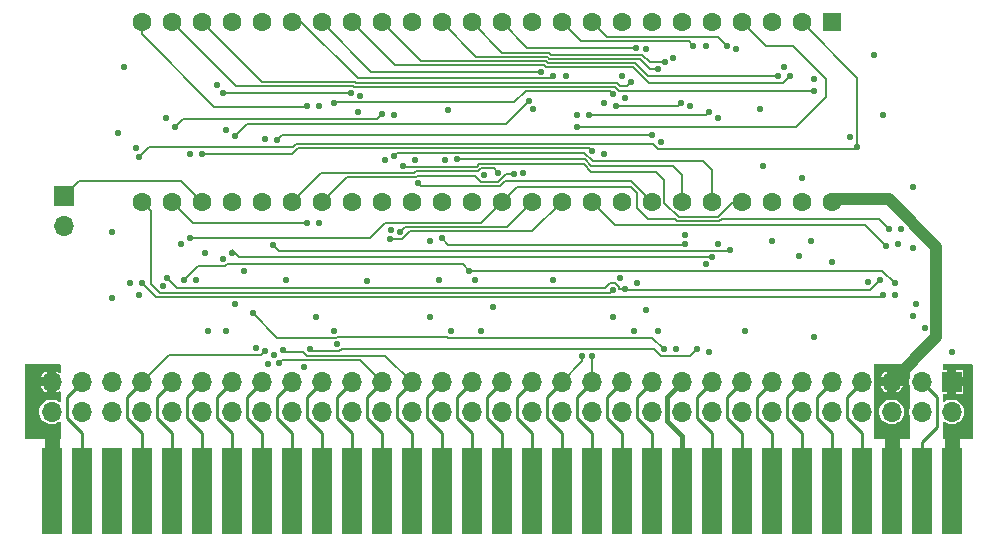
<source format=gbl>
G04 #@! TF.GenerationSoftware,KiCad,Pcbnew,(6.0.5)*
G04 #@! TF.CreationDate,2024-08-24T22:28:27-07:00*
G04 #@! TF.ProjectId,XTMAX_PCB,58544d41-585f-4504-9342-2e6b69636164,rev?*
G04 #@! TF.SameCoordinates,Original*
G04 #@! TF.FileFunction,Copper,L4,Bot*
G04 #@! TF.FilePolarity,Positive*
%FSLAX46Y46*%
G04 Gerber Fmt 4.6, Leading zero omitted, Abs format (unit mm)*
G04 Created by KiCad (PCBNEW (6.0.5)) date 2024-08-24 22:28:27*
%MOMM*%
%LPD*%
G01*
G04 APERTURE LIST*
G04 #@! TA.AperFunction,ComponentPad*
%ADD10R,1.700000X1.700000*%
G04 #@! TD*
G04 #@! TA.AperFunction,ComponentPad*
%ADD11O,1.700000X1.700000*%
G04 #@! TD*
G04 #@! TA.AperFunction,ConnectorPad*
%ADD12R,1.780000X7.366000*%
G04 #@! TD*
G04 #@! TA.AperFunction,SMDPad,CuDef*
%ADD13R,1.780000X7.366000*%
G04 #@! TD*
G04 #@! TA.AperFunction,ComponentPad*
%ADD14R,1.600000X1.600000*%
G04 #@! TD*
G04 #@! TA.AperFunction,ComponentPad*
%ADD15C,1.600000*%
G04 #@! TD*
G04 #@! TA.AperFunction,ViaPad*
%ADD16C,0.584200*%
G04 #@! TD*
G04 #@! TA.AperFunction,Conductor*
%ADD17C,0.152400*%
G04 #@! TD*
G04 #@! TA.AperFunction,Conductor*
%ADD18C,1.016000*%
G04 #@! TD*
G04 #@! TA.AperFunction,Conductor*
%ADD19C,0.381000*%
G04 #@! TD*
G04 #@! TA.AperFunction,Conductor*
%ADD20C,1.270000*%
G04 #@! TD*
G04 #@! TA.AperFunction,Conductor*
%ADD21C,0.762000*%
G04 #@! TD*
G04 #@! TA.AperFunction,Conductor*
%ADD22C,0.254000*%
G04 #@! TD*
G04 APERTURE END LIST*
D10*
X91694000Y-84328000D03*
D11*
X91694000Y-86868000D03*
D10*
X166878000Y-100070996D03*
D11*
X166878000Y-102610996D03*
X164338000Y-100070996D03*
X164338000Y-102610996D03*
X161798000Y-100070996D03*
X161798000Y-102610996D03*
X159258000Y-100070996D03*
X159258000Y-102610996D03*
X156718000Y-100070996D03*
X156718000Y-102610996D03*
X154178000Y-100070996D03*
X154178000Y-102610996D03*
X151638000Y-100070996D03*
X151638000Y-102610996D03*
X149098000Y-100070996D03*
X149098000Y-102610996D03*
X146558000Y-100070996D03*
X146558000Y-102610996D03*
X144018000Y-100070996D03*
X144018000Y-102610996D03*
X141478000Y-100070996D03*
X141478000Y-102610996D03*
X138938000Y-100070996D03*
X138938000Y-102610996D03*
X136398000Y-100070996D03*
X136398000Y-102610996D03*
X133858000Y-100070996D03*
X133858000Y-102610996D03*
X131318000Y-100070996D03*
X131318000Y-102610996D03*
X128778000Y-100070996D03*
X128778000Y-102610996D03*
X126238000Y-100070996D03*
X126238000Y-102610996D03*
X123698000Y-100070996D03*
X123698000Y-102610996D03*
X121158000Y-100070996D03*
X121158000Y-102610996D03*
X118618000Y-100070996D03*
X118618000Y-102610996D03*
X116078000Y-100070996D03*
X116078000Y-102610996D03*
X113538000Y-100070996D03*
X113538000Y-102610996D03*
X110998000Y-100070996D03*
X110998000Y-102610996D03*
X108458000Y-100070996D03*
X108458000Y-102610996D03*
X105918000Y-100070996D03*
X105918000Y-102610996D03*
X103378000Y-100070996D03*
X103378000Y-102610996D03*
X100838000Y-100070996D03*
X100838000Y-102610996D03*
X98298000Y-100070996D03*
X98298000Y-102610996D03*
X95758000Y-100070996D03*
X95758000Y-102610996D03*
X93218000Y-100070996D03*
X93218000Y-102610996D03*
X90678000Y-100070996D03*
X90678000Y-102610996D03*
D12*
X166878000Y-109347000D03*
X164338000Y-109347000D03*
X161798000Y-109347000D03*
X159258000Y-109347000D03*
X156718000Y-109347000D03*
X154178000Y-109347000D03*
X151638000Y-109347000D03*
X149098000Y-109347000D03*
X146558000Y-109347000D03*
X144018000Y-109347000D03*
X141478000Y-109347000D03*
X138938000Y-109347000D03*
X136398000Y-109347000D03*
X133858000Y-109347000D03*
X131318000Y-109347000D03*
X128778000Y-109347000D03*
X126238000Y-109347000D03*
X123698000Y-109347000D03*
X121158000Y-109347000D03*
X118618000Y-109347000D03*
X116078000Y-109347000D03*
X113538000Y-109347000D03*
X110998000Y-109347000D03*
X108458000Y-109347000D03*
X105918000Y-109347000D03*
X103378000Y-109347000D03*
X100838000Y-109347000D03*
X98298000Y-109347000D03*
X95758000Y-109347000D03*
X93218000Y-109347000D03*
D13*
X90678000Y-109347000D03*
D14*
X156718000Y-69596000D03*
D15*
X154178000Y-69596000D03*
X151638000Y-69596000D03*
X149098000Y-69596000D03*
X146558000Y-69596000D03*
X144018000Y-69596000D03*
X141478000Y-69596000D03*
X138938000Y-69596000D03*
X136398000Y-69596000D03*
X133858000Y-69596000D03*
X131318000Y-69596000D03*
X128778000Y-69596000D03*
X126238000Y-69596000D03*
X123698000Y-69596000D03*
X121158000Y-69596000D03*
X118618000Y-69596000D03*
X116078000Y-69596000D03*
X113538000Y-69596000D03*
X110998000Y-69596000D03*
X108458000Y-69596000D03*
X105918000Y-69596000D03*
X103378000Y-69596000D03*
X100838000Y-69596000D03*
X98298000Y-69596000D03*
X98298000Y-84836000D03*
X100838000Y-84836000D03*
X103378000Y-84836000D03*
X105918000Y-84836000D03*
X108458000Y-84836000D03*
X110998000Y-84836000D03*
X113538000Y-84836000D03*
X116078000Y-84836000D03*
X118618000Y-84836000D03*
X121158000Y-84836000D03*
X123698000Y-84836000D03*
X126238000Y-84836000D03*
X128778000Y-84836000D03*
X131318000Y-84836000D03*
X133858000Y-84836000D03*
X136398000Y-84836000D03*
X138938000Y-84836000D03*
X141478000Y-84836000D03*
X144018000Y-84836000D03*
X146558000Y-84836000D03*
X149098000Y-84836000D03*
X151638000Y-84836000D03*
X154178000Y-84836000D03*
X156718000Y-84836000D03*
D16*
X116586000Y-77216000D03*
X139192000Y-76005800D03*
X138176000Y-75692000D03*
X114554000Y-76454000D03*
X127254000Y-82550000D03*
X150622000Y-76962000D03*
X124206000Y-77021800D03*
X150876000Y-81788000D03*
X154178000Y-82804000D03*
X166878000Y-97536000D03*
X163576000Y-83566000D03*
X161036000Y-77470000D03*
X160274000Y-72390000D03*
X95758000Y-92964000D03*
X95758000Y-87376000D03*
X96266000Y-78994000D03*
X96774000Y-73406000D03*
X140970000Y-71882000D03*
X143256000Y-72644000D03*
X146050000Y-71628000D03*
X148590000Y-71882000D03*
X113284000Y-76708000D03*
X108712000Y-79502000D03*
X105410000Y-78740000D03*
X102362000Y-80772000D03*
X104648000Y-74930000D03*
X100330000Y-77724000D03*
X97790000Y-80264000D03*
X116781796Y-75826399D03*
X119634000Y-77470000D03*
X121412000Y-81280000D03*
X118872000Y-81280000D03*
X123952000Y-81280000D03*
X130556000Y-82355800D03*
X131438863Y-76967856D03*
X134238144Y-74166378D03*
X138938000Y-74168000D03*
X137414000Y-76454000D03*
X135128000Y-77470000D03*
X137414000Y-80772000D03*
X142240000Y-79756000D03*
X144720200Y-76708000D03*
X147066000Y-77724000D03*
X152654000Y-73406000D03*
X155194000Y-74422000D03*
X158242000Y-79380778D03*
X140208000Y-91694000D03*
X122682000Y-88138000D03*
X119380000Y-87180177D03*
X113284000Y-86614000D03*
X101600000Y-88392000D03*
X105156000Y-89662000D03*
X102870000Y-91440000D03*
X100076000Y-91948000D03*
X98044000Y-92710000D03*
X109474000Y-97790000D03*
X114810200Y-96893213D03*
X107950000Y-97222200D03*
X108966000Y-98552000D03*
X112014000Y-98806000D03*
X126492000Y-91440000D03*
X143510000Y-97282000D03*
X146304000Y-97536000D03*
X146087322Y-90132678D03*
X144272000Y-87630000D03*
X147066000Y-88392000D03*
X159766000Y-91634200D03*
X162306000Y-88392000D03*
X162560000Y-87122000D03*
X164592000Y-95504000D03*
X163830000Y-93472000D03*
X162052000Y-92710000D03*
X103886000Y-95758000D03*
X142006496Y-95758000D03*
X151638000Y-88138000D03*
X149352000Y-95758000D03*
X127000000Y-95758000D03*
X124460000Y-95758000D03*
X114554000Y-95758000D03*
X105410000Y-95758000D03*
X139954000Y-95758000D03*
X163576000Y-94488000D03*
X138176000Y-94547800D03*
X138788662Y-91306326D03*
X133096000Y-91440000D03*
X123444000Y-91440000D03*
X122682000Y-94547800D03*
X97282000Y-91694000D03*
X106934000Y-90678000D03*
X154940000Y-88138000D03*
X140970000Y-93980000D03*
X155194000Y-96266000D03*
X156718000Y-89916000D03*
X128016000Y-93726000D03*
X153924000Y-89408000D03*
X110489998Y-91440000D03*
X117348000Y-91536289D03*
X113030000Y-94547800D03*
X106172000Y-93472000D03*
X103632000Y-89154000D03*
X163576000Y-88758205D03*
X139700000Y-74676000D03*
X107696000Y-94234000D03*
X142494000Y-97282000D03*
X140192480Y-71783750D03*
X141995408Y-73585055D03*
X142566891Y-73017255D03*
X144272000Y-88413703D03*
X123698000Y-87884000D03*
X145012297Y-71628000D03*
X147828000Y-71628000D03*
X105918000Y-89154000D03*
X146584949Y-89527239D03*
X148082000Y-88900000D03*
X109415796Y-88451800D03*
X136398000Y-97849800D03*
X135614297Y-97849800D03*
X110303759Y-97349759D03*
X109943255Y-98513255D03*
X108773035Y-97439518D03*
X112522000Y-97282000D03*
X145288000Y-97282000D03*
X161544000Y-87122000D03*
X102362000Y-87884000D03*
X126042204Y-90653026D03*
X162051999Y-91693999D03*
X101854000Y-91438378D03*
X136398000Y-80518000D03*
X161322799Y-88604730D03*
X103378000Y-80772000D03*
X139192000Y-92202000D03*
X160782000Y-91440000D03*
X100426482Y-91247035D03*
X153162000Y-74168000D03*
X116023366Y-75628984D03*
X105156000Y-75632200D03*
X152146000Y-74168000D03*
X101092000Y-78486000D03*
X118618000Y-77410305D03*
X98044000Y-81026000D03*
X158903000Y-80163000D03*
X98298000Y-91694000D03*
X161036000Y-92710000D03*
X124989703Y-81220200D03*
X121732548Y-83241492D03*
X120396000Y-81788000D03*
X119653171Y-80929711D03*
X120142000Y-87376000D03*
X119328710Y-87962199D03*
X133099160Y-74166378D03*
X132135547Y-73814467D03*
X129784210Y-82491927D03*
X128465796Y-82355800D03*
X138176000Y-92298289D03*
X143983229Y-76441423D03*
X138430000Y-76708000D03*
X136144000Y-77470000D03*
X146304000Y-77216000D03*
X135128000Y-78486000D03*
X109728000Y-79598289D03*
X141478000Y-79144765D03*
X112268000Y-76708000D03*
X112268000Y-86614000D03*
X155194000Y-75438000D03*
X131106279Y-76258224D03*
X106172000Y-79248000D03*
D17*
X109787801Y-96325801D02*
X107696000Y-94234000D01*
X114789192Y-96325801D02*
X109787801Y-96325801D01*
X114848993Y-96266000D02*
X114789192Y-96325801D01*
X124165007Y-96266000D02*
X114848993Y-96266000D01*
X124224808Y-96325801D02*
X124165007Y-96266000D01*
X142494000Y-97282000D02*
X141537801Y-96325801D01*
X141537801Y-96325801D02*
X124224808Y-96325801D01*
X144720199Y-97849801D02*
X145288000Y-97282000D01*
X142258808Y-97849801D02*
X144720199Y-97849801D01*
X141691007Y-97282000D02*
X142258808Y-97849801D01*
X115224406Y-97282000D02*
X141691007Y-97282000D01*
X115045392Y-97461014D02*
X115224406Y-97282000D01*
X112701014Y-97461014D02*
X115045392Y-97461014D01*
X112522000Y-97282000D02*
X112701014Y-97461014D01*
X121158000Y-100071000D02*
X118936801Y-97849801D01*
X118936801Y-97849801D02*
X112286808Y-97849801D01*
X112286808Y-97849801D02*
X111973007Y-97536000D01*
X110218311Y-98238199D02*
X109943255Y-98513255D01*
X111973007Y-97536000D02*
X110490000Y-97536000D01*
X110490000Y-97536000D02*
X110303759Y-97349759D01*
X118618000Y-100071000D02*
X116785199Y-98238199D01*
X116785199Y-98238199D02*
X110218311Y-98238199D01*
X143716652Y-76708000D02*
X138430000Y-76708000D01*
X143983229Y-76441423D02*
X143716652Y-76708000D01*
X146050000Y-77470000D02*
X136144000Y-77470000D01*
X146304000Y-77216000D02*
X146050000Y-77470000D01*
X140492753Y-72705423D02*
X141372385Y-73585055D01*
X132824850Y-72705422D02*
X140492753Y-72705423D01*
X132662273Y-72542845D02*
X132824850Y-72705422D01*
X123698000Y-69596000D02*
X126644845Y-72542845D01*
X141372385Y-73585055D02*
X141995408Y-73585055D01*
X140638520Y-72353512D02*
X141302263Y-73017255D01*
X132970616Y-72353511D02*
X140638520Y-72353512D01*
X132808040Y-72190934D02*
X132970616Y-72353511D01*
X128832934Y-72190934D02*
X132808040Y-72190934D01*
X126238000Y-69596000D02*
X128832934Y-72190934D01*
X141302263Y-73017255D02*
X142566891Y-73017255D01*
X126644845Y-72542845D02*
X132662273Y-72542845D01*
X101794199Y-77783801D02*
X118244504Y-77783801D01*
X139386199Y-74989801D02*
X139700000Y-74676000D01*
X118244504Y-77783801D02*
X118618000Y-77410305D01*
X138774472Y-74989801D02*
X139386199Y-74989801D01*
X116438370Y-74734178D02*
X138518849Y-74734178D01*
X108491272Y-74709272D02*
X116413464Y-74709272D01*
X101092000Y-78486000D02*
X101794199Y-77783801D01*
X103378000Y-69596000D02*
X108491272Y-74709272D01*
X138373082Y-75086089D02*
X138724993Y-75438000D01*
X138518849Y-74734178D02*
X138774472Y-74989801D01*
X116292603Y-75086089D02*
X138373082Y-75086089D01*
X116267697Y-75061183D02*
X116292603Y-75086089D01*
X106303183Y-75061183D02*
X116267697Y-75061183D01*
X100838000Y-69596000D02*
X106303183Y-75061183D01*
X116020150Y-75632200D02*
X116023366Y-75628984D01*
X105156000Y-75632200D02*
X116020150Y-75632200D01*
X138724993Y-75438000D02*
X155194000Y-75438000D01*
X137922000Y-75438000D02*
X138176000Y-75692000D01*
X114554000Y-76454000D02*
X114613801Y-76394199D01*
X129853801Y-76394199D02*
X130810000Y-75438000D01*
X130810000Y-75438000D02*
X137922000Y-75438000D01*
X116413464Y-74709272D02*
X116438370Y-74734178D01*
X114613801Y-76394199D02*
X129853801Y-76394199D01*
X132883271Y-74382267D02*
X133099160Y-74166378D01*
X116584136Y-74382267D02*
X132883271Y-74382267D01*
X111797869Y-69596000D02*
X116584136Y-74382267D01*
X110998000Y-69596000D02*
X111797869Y-69596000D01*
X132679083Y-73057333D02*
X140072341Y-73057333D01*
X132516506Y-72894755D02*
X132679083Y-73057333D01*
X118618000Y-69596000D02*
X121916755Y-72894755D01*
X132370739Y-73246666D02*
X132533317Y-73409244D01*
X119728666Y-73246666D02*
X132370739Y-73246666D01*
X116078000Y-69596000D02*
X119728666Y-73246666D01*
X132533317Y-73409244D02*
X139926574Y-73409244D01*
X113538000Y-69596000D02*
X117756467Y-73814467D01*
X141253131Y-74735801D02*
X152594199Y-74735801D01*
X117756467Y-73814467D02*
X132135547Y-73814467D01*
X152594199Y-74735801D02*
X153162000Y-74168000D01*
X107188000Y-78232000D02*
X129132503Y-78232000D01*
X106172000Y-79248000D02*
X107188000Y-78232000D01*
X129132503Y-78232000D02*
X131106279Y-76258224D01*
X121916755Y-72894755D02*
X132516506Y-72894755D01*
X139926574Y-73409244D02*
X141253131Y-74735801D01*
X140072341Y-73057333D02*
X141183007Y-74168000D01*
X141183007Y-74168000D02*
X152146000Y-74168000D01*
X120455801Y-81847801D02*
X120396000Y-81788000D01*
X126873041Y-81630288D02*
X126655528Y-81847801D01*
X135711940Y-81630288D02*
X126873041Y-81630288D01*
X142553711Y-82986557D02*
X141863154Y-82296000D01*
X142553711Y-84892997D02*
X142553711Y-82986557D01*
X143766714Y-86106000D02*
X142553711Y-84892997D01*
X147066000Y-86106000D02*
X143766714Y-86106000D01*
X126655528Y-81847801D02*
X120455801Y-81847801D01*
X148336000Y-84836000D02*
X147066000Y-86106000D01*
X128092195Y-81982199D02*
X128465796Y-82355800D01*
X127018808Y-81982199D02*
X128092195Y-81982199D01*
X149098000Y-84836000D02*
X148336000Y-84836000D01*
X126799672Y-82201335D02*
X127018808Y-81982199D01*
X121547658Y-82201335D02*
X126799672Y-82201335D01*
X136377652Y-82296000D02*
X135711940Y-81630288D01*
X121393192Y-82355801D02*
X121547658Y-82201335D01*
X113478199Y-82355801D02*
X121393192Y-82355801D01*
X110998000Y-84836000D02*
X113478199Y-82355801D01*
X128652554Y-83469712D02*
X129052899Y-83069367D01*
X141863154Y-82296000D02*
X136377652Y-82296000D01*
X121960768Y-83469712D02*
X128652554Y-83469712D01*
X129132662Y-82491927D02*
X129784210Y-82491927D01*
X128506788Y-83117801D02*
X129132662Y-82491927D01*
X129052899Y-83069367D02*
X139711367Y-83069367D01*
X127018808Y-83117801D02*
X128506788Y-83117801D01*
X126510808Y-82609801D02*
X127018808Y-83117801D01*
X115666288Y-82707712D02*
X121538959Y-82707712D01*
X113538000Y-84836000D02*
X115666288Y-82707712D01*
X121636870Y-82609801D02*
X126510808Y-82609801D01*
X139711367Y-83069367D02*
X141478000Y-84836000D01*
X121732548Y-83241492D02*
X121960768Y-83469712D01*
X121538959Y-82707712D02*
X121636870Y-82609801D01*
D18*
X161544000Y-84582000D02*
X156972000Y-84582000D01*
X165591601Y-96277395D02*
X165591601Y-88629601D01*
X161798000Y-100070996D02*
X165591601Y-96277395D01*
X165591601Y-88629601D02*
X161544000Y-84582000D01*
D17*
X148022199Y-88959801D02*
X148082000Y-88900000D01*
X146820504Y-88959801D02*
X148022199Y-88959801D01*
X146820141Y-88959438D02*
X146820504Y-88959801D01*
X146349757Y-88959438D02*
X146820141Y-88959438D01*
X146327691Y-88981504D02*
X146349757Y-88959438D01*
X109415796Y-88451800D02*
X109945500Y-88981504D01*
X144232281Y-88453422D02*
X144272000Y-88413703D01*
X124267422Y-88453422D02*
X144232281Y-88453422D01*
X123698000Y-87884000D02*
X124267422Y-88453422D01*
X109945500Y-88981504D02*
X146327691Y-88981504D01*
X159960199Y-92261801D02*
X160782000Y-91440000D01*
X139251801Y-92261801D02*
X159960199Y-92261801D01*
X139192000Y-92202000D02*
X139251801Y-92261801D01*
X151130000Y-71628000D02*
X149098000Y-69596000D01*
X153416000Y-71628000D02*
X151130000Y-71628000D01*
X156210000Y-74422000D02*
X153416000Y-71628000D01*
X153670000Y-78486000D02*
X156210000Y-75946000D01*
X135128000Y-78486000D02*
X153670000Y-78486000D01*
X156210000Y-75946000D02*
X156210000Y-74422000D01*
X108422553Y-97790000D02*
X108773035Y-97439518D01*
X100579000Y-97790000D02*
X108422553Y-97790000D01*
X98298000Y-100071000D02*
X100579000Y-97790000D01*
X99471712Y-92867712D02*
X160878288Y-92867712D01*
X98298000Y-91694000D02*
X99471712Y-92867712D01*
X137958488Y-92515801D02*
X138176000Y-92298289D01*
X99840808Y-92515801D02*
X137958488Y-92515801D01*
X99097999Y-91772992D02*
X99840808Y-92515801D01*
X99097999Y-85635999D02*
X99097999Y-91772992D01*
X101283536Y-92104089D02*
X100426482Y-91247035D01*
X137940808Y-91730488D02*
X137567207Y-92104089D01*
X138411192Y-91730488D02*
X137940808Y-91730488D01*
X98298000Y-84836000D02*
X99097999Y-85635999D01*
X138743801Y-92063097D02*
X138411192Y-91730488D01*
X139192000Y-92202000D02*
X138743801Y-92202000D01*
X137567207Y-92104089D02*
X101283536Y-92104089D01*
X138743801Y-92202000D02*
X138743801Y-92063097D01*
X160878288Y-92867712D02*
X161036000Y-92710000D01*
X105391192Y-90229801D02*
X103062577Y-90229801D01*
X103062577Y-90229801D02*
X101854000Y-91438378D01*
X105510794Y-90110199D02*
X105391192Y-90229801D01*
X126042204Y-90653026D02*
X125499377Y-90110199D01*
X125499377Y-90110199D02*
X105510794Y-90110199D01*
X111357199Y-79948578D02*
X111139688Y-80166089D01*
X141629585Y-79948578D02*
X111357199Y-79948578D01*
X142004808Y-80323801D02*
X141629585Y-79948578D01*
X158742199Y-80323801D02*
X142004808Y-80323801D01*
X158903000Y-80163000D02*
X158742199Y-80323801D01*
X98903911Y-80166089D02*
X98044000Y-81026000D01*
X111139688Y-80166089D02*
X98903911Y-80166089D01*
X146558000Y-82166762D02*
X146558000Y-84836000D01*
X145796000Y-81404762D02*
X146558000Y-82166762D01*
X136481769Y-81404762D02*
X145796000Y-81404762D01*
X135729406Y-80652399D02*
X136481769Y-81404762D01*
X119930483Y-80652399D02*
X135729406Y-80652399D01*
X119653171Y-80929711D02*
X119930483Y-80652399D01*
X135799529Y-81220200D02*
X124989703Y-81220200D01*
X136367329Y-81788000D02*
X135799529Y-81220200D01*
X144018000Y-82535202D02*
X143270798Y-81788000D01*
X144018000Y-84836000D02*
X144018000Y-82535202D01*
X143270798Y-81788000D02*
X136367329Y-81788000D01*
X161011026Y-90653026D02*
X162051999Y-91693999D01*
X146369967Y-90653026D02*
X161011026Y-90653026D01*
X145852130Y-90700479D02*
X146322514Y-90700479D01*
X126042204Y-90653026D02*
X145804677Y-90653026D01*
X146322514Y-90700479D02*
X146369967Y-90653026D01*
X106545601Y-89527601D02*
X146584587Y-89527601D01*
X105918000Y-88900000D02*
X106545601Y-89527601D01*
X133858000Y-69596000D02*
X135477949Y-71215949D01*
X145804677Y-90653026D02*
X145852130Y-90700479D01*
X146584587Y-89527601D02*
X146584949Y-89527239D01*
X135477949Y-71215949D02*
X144600246Y-71215949D01*
X144600246Y-71215949D02*
X145012297Y-71628000D01*
X147064038Y-70864038D02*
X147828000Y-71628000D01*
X137666038Y-70864038D02*
X147064038Y-70864038D01*
X136398000Y-69596000D02*
X137666038Y-70864038D01*
X130965750Y-71783750D02*
X140192480Y-71783750D01*
X128778000Y-69596000D02*
X130965750Y-71783750D01*
X136180488Y-80300488D02*
X111502967Y-80300488D01*
X111502967Y-80300488D02*
X111031455Y-80772000D01*
X111031455Y-80772000D02*
X103378000Y-80772000D01*
X136398000Y-80518000D02*
X136180488Y-80300488D01*
X127001623Y-86612377D02*
X128778000Y-84836000D01*
X118873623Y-86612377D02*
X127001623Y-86612377D01*
X117602000Y-87884000D02*
X118873623Y-86612377D01*
X102362000Y-87884000D02*
X117602000Y-87884000D01*
X119347108Y-87943801D02*
X119328710Y-87962199D01*
X133858000Y-84836000D02*
X131377801Y-87316199D01*
X131377801Y-87316199D02*
X121004794Y-87316199D01*
X121004794Y-87316199D02*
X120377192Y-87943801D01*
X120377192Y-87943801D02*
X119347108Y-87943801D01*
X139700000Y-83566000D02*
X140208000Y-84074000D01*
X140208000Y-84074000D02*
X140208000Y-85344000D01*
X128778000Y-84836000D02*
X130048000Y-83566000D01*
X130048000Y-83566000D02*
X139700000Y-83566000D01*
X140208000Y-85344000D02*
X141127622Y-86263622D01*
X141127622Y-86263622D02*
X143426659Y-86263622D01*
X143426659Y-86263622D02*
X143620948Y-86457911D01*
X143620948Y-86457911D02*
X147211767Y-86457911D01*
X147211767Y-86457911D02*
X147406056Y-86263622D01*
X147406056Y-86263622D02*
X160685622Y-86263622D01*
X160685622Y-86263622D02*
X161544000Y-87122000D01*
D19*
X142748000Y-101340996D02*
X142841497Y-101247499D01*
X144018000Y-104648000D02*
X142841497Y-103471497D01*
X142748000Y-103378000D02*
X142748000Y-101340996D01*
X142841497Y-101247499D02*
X144018000Y-100070996D01*
X142841497Y-103471497D02*
X142748000Y-103378000D01*
X144018000Y-109474000D02*
X144018000Y-104648000D01*
D20*
X166878000Y-109474000D02*
X166878000Y-104648000D01*
X90678000Y-109474000D02*
X90678000Y-104394000D01*
X161798000Y-109474000D02*
X161798000Y-104394000D01*
D21*
X156972000Y-84582000D02*
X156718000Y-84836000D01*
D22*
X141478000Y-109474000D02*
X141478000Y-104394000D01*
X141478000Y-104394000D02*
X140208000Y-103124000D01*
X140208000Y-101341000D02*
X141478000Y-100071000D01*
X140208000Y-103124000D02*
X140208000Y-101341000D01*
X137668000Y-101341000D02*
X138938000Y-100071000D01*
X138938000Y-109474000D02*
X138938000Y-104394000D01*
X138938000Y-104394000D02*
X137668000Y-103124000D01*
X137668000Y-103124000D02*
X137668000Y-101341000D01*
D17*
X136398000Y-100070996D02*
X136398000Y-97849792D01*
D22*
X136398000Y-104394000D02*
X135128000Y-103124000D01*
X136398000Y-109474000D02*
X136398000Y-104394000D01*
X135128000Y-103124000D02*
X135128000Y-101341000D01*
X135128000Y-101341000D02*
X136398000Y-100071000D01*
X133858000Y-109474000D02*
X133858000Y-104394000D01*
X132588000Y-101341000D02*
X133858000Y-100071000D01*
D17*
X135614297Y-98314703D02*
X135614297Y-97849800D01*
D22*
X132588000Y-103124000D02*
X132588000Y-101341000D01*
X133858000Y-104394000D02*
X132588000Y-103124000D01*
D17*
X133858000Y-100071000D02*
X135614297Y-98314703D01*
D22*
X119888000Y-103124000D02*
X119888000Y-101341000D01*
X121158000Y-109474000D02*
X121158000Y-104394000D01*
X121158000Y-104394000D02*
X119888000Y-103124000D01*
X119888000Y-101341000D02*
X121158000Y-100071000D01*
X117348000Y-103124000D02*
X117348000Y-101341000D01*
X118618000Y-109474000D02*
X118618000Y-104394000D01*
X118618000Y-104394000D02*
X117348000Y-103124000D01*
X117348000Y-101341000D02*
X118618000Y-100071000D01*
X98298000Y-109474000D02*
X98298000Y-104394000D01*
X98298000Y-104394000D02*
X97028000Y-103124000D01*
X97028000Y-101341000D02*
X98298000Y-100071000D01*
X97028000Y-103124000D02*
X97028000Y-101341000D01*
D17*
X136398000Y-84836000D02*
X138371822Y-86809822D01*
X138371822Y-86809822D02*
X159527891Y-86809822D01*
X159527891Y-86809822D02*
X161322799Y-88604730D01*
X158903000Y-74321000D02*
X158903000Y-80163000D01*
X154178000Y-69596000D02*
X158903000Y-74321000D01*
X120553712Y-86964288D02*
X120142000Y-87376000D01*
X131318000Y-84836000D02*
X129189712Y-86964288D01*
X129189712Y-86964288D02*
X120553712Y-86964288D01*
X141478000Y-79144765D02*
X110181524Y-79144765D01*
X110181524Y-79144765D02*
X109728000Y-79598289D01*
X98298000Y-69596000D02*
X98298000Y-70612000D01*
X98298000Y-70612000D02*
X104453800Y-76767800D01*
X104453800Y-76767800D02*
X112208200Y-76767800D01*
X112208200Y-76767800D02*
X112268000Y-76708000D01*
X112268000Y-86614000D02*
X102616000Y-86614000D01*
X102616000Y-86614000D02*
X100838000Y-84836000D01*
D22*
X93218000Y-109474000D02*
X93218000Y-104394000D01*
X93218000Y-104394000D02*
X91948000Y-103124000D01*
X91948000Y-101341000D02*
X93218000Y-100071000D01*
X91948000Y-103124000D02*
X91948000Y-101341000D01*
X99568000Y-103124000D02*
X99568000Y-101341000D01*
X100838000Y-104394000D02*
X99568000Y-103124000D01*
X100838000Y-109474000D02*
X100838000Y-104394000D01*
X99568000Y-101341000D02*
X100838000Y-100071000D01*
X103378000Y-109474000D02*
X103378000Y-104394000D01*
X102108000Y-101341000D02*
X103378000Y-100071000D01*
X103378000Y-104394000D02*
X102108000Y-103124000D01*
X102108000Y-103124000D02*
X102108000Y-101341000D01*
X104648000Y-103124000D02*
X104648000Y-101341000D01*
X105918000Y-104394000D02*
X104648000Y-103124000D01*
X104648000Y-101341000D02*
X105918000Y-100071000D01*
X105918000Y-109474000D02*
X105918000Y-104394000D01*
X107188000Y-101341000D02*
X108458000Y-100071000D01*
X107188000Y-103124000D02*
X107188000Y-101341000D01*
X108458000Y-109474000D02*
X108458000Y-104394000D01*
X108458000Y-104394000D02*
X107188000Y-103124000D01*
X110998000Y-104394000D02*
X109728000Y-103124000D01*
X109728000Y-103124000D02*
X109728000Y-101341000D01*
X109728000Y-101341000D02*
X110998000Y-100071000D01*
X110998000Y-109474000D02*
X110998000Y-104394000D01*
X112268000Y-101341000D02*
X113538000Y-100071000D01*
X113538000Y-109474000D02*
X113538000Y-104394000D01*
X113538000Y-104394000D02*
X112268000Y-103124000D01*
X112268000Y-103124000D02*
X112268000Y-101341000D01*
X114808000Y-101341000D02*
X116078000Y-100071000D01*
X116078000Y-104394000D02*
X114808000Y-103124000D01*
X116078000Y-109474000D02*
X116078000Y-104394000D01*
X114808000Y-103124000D02*
X114808000Y-101341000D01*
X123698000Y-109474000D02*
X123698000Y-104394000D01*
X122428000Y-103124000D02*
X122428000Y-101341000D01*
X123698000Y-104394000D02*
X122428000Y-103124000D01*
X122428000Y-101341000D02*
X123698000Y-100071000D01*
X126238000Y-104394000D02*
X124968000Y-103124000D01*
X126238000Y-109474000D02*
X126238000Y-104394000D01*
X124968000Y-103124000D02*
X124968000Y-101341000D01*
X124968000Y-101341000D02*
X126238000Y-100071000D01*
X128778000Y-109474000D02*
X128778000Y-104394000D01*
X128778000Y-104394000D02*
X127508000Y-103124000D01*
X127508000Y-101341000D02*
X128778000Y-100071000D01*
X127508000Y-103124000D02*
X127508000Y-101341000D01*
X131318000Y-104394000D02*
X130048000Y-103124000D01*
X130048000Y-101341000D02*
X131318000Y-100071000D01*
X130048000Y-103124000D02*
X130048000Y-101341000D01*
X131318000Y-109474000D02*
X131318000Y-104394000D01*
X146558000Y-109474000D02*
X146558000Y-104394000D01*
X145288000Y-103124000D02*
X145288000Y-101341000D01*
X145288000Y-101341000D02*
X146558000Y-100071000D01*
X146558000Y-104394000D02*
X145288000Y-103124000D01*
X147828000Y-101341000D02*
X149098000Y-100071000D01*
X149098000Y-109474000D02*
X149098000Y-104394000D01*
X149098000Y-104394000D02*
X147828000Y-103124000D01*
X147828000Y-103124000D02*
X147828000Y-101341000D01*
X151638000Y-109474000D02*
X151638000Y-104394000D01*
X151638000Y-104394000D02*
X150368000Y-103124000D01*
X150368000Y-103124000D02*
X150368000Y-101341000D01*
X150368000Y-101341000D02*
X151638000Y-100071000D01*
X154178000Y-104394000D02*
X152908000Y-103124000D01*
X152908000Y-103124000D02*
X152908000Y-101341000D01*
X154178000Y-109474000D02*
X154178000Y-104394000D01*
X152908000Y-101341000D02*
X154178000Y-100071000D01*
X155448000Y-103124000D02*
X155448000Y-101341000D01*
X156718000Y-109474000D02*
X156718000Y-104394000D01*
X156718000Y-104394000D02*
X155448000Y-103124000D01*
X155448000Y-101341000D02*
X156718000Y-100071000D01*
X159258000Y-109474000D02*
X159258000Y-104394000D01*
X159258000Y-104394000D02*
X157988000Y-103124000D01*
X157988000Y-101341000D02*
X159258000Y-100071000D01*
X157988000Y-103124000D02*
X157988000Y-101341000D01*
X164338000Y-105156000D02*
X165608000Y-103886000D01*
X164338000Y-109474000D02*
X164338000Y-105156000D01*
X165608000Y-103886000D02*
X165608000Y-101341000D01*
X165608000Y-101341000D02*
X164338000Y-100071000D01*
D17*
X92964000Y-83058000D02*
X91694000Y-84328000D01*
X101600000Y-83058000D02*
X92964000Y-83058000D01*
X103378000Y-84836000D02*
X101600000Y-83058000D01*
G04 #@! TA.AperFunction,Conductor*
G36*
X91413138Y-98569593D02*
G01*
X91438858Y-98614142D01*
X91440000Y-98627200D01*
X91440000Y-99240562D01*
X91422407Y-99288900D01*
X91377858Y-99314620D01*
X91327200Y-99305687D01*
X91316866Y-99298505D01*
X91244078Y-99238290D01*
X91238016Y-99234201D01*
X91071560Y-99144198D01*
X91070048Y-99143562D01*
X91060871Y-99144011D01*
X91059868Y-99144939D01*
X91059000Y-99148528D01*
X91059000Y-100988357D01*
X91062237Y-100997252D01*
X91069872Y-100996124D01*
X91214428Y-100923104D01*
X91220611Y-100919180D01*
X91318502Y-100842699D01*
X91367424Y-100826803D01*
X91415119Y-100846072D01*
X91439268Y-100891491D01*
X91440000Y-100901957D01*
X91440000Y-101718133D01*
X91422407Y-101766471D01*
X91377858Y-101792191D01*
X91327200Y-101783258D01*
X91316866Y-101776076D01*
X91271106Y-101738220D01*
X91268275Y-101735878D01*
X91087055Y-101637893D01*
X90890254Y-101576973D01*
X90762302Y-101563525D01*
X90689024Y-101555823D01*
X90689022Y-101555823D01*
X90685369Y-101555439D01*
X90582786Y-101564774D01*
X90483861Y-101573777D01*
X90483860Y-101573777D01*
X90480203Y-101574110D01*
X90476678Y-101575147D01*
X90476675Y-101575148D01*
X90286101Y-101631237D01*
X90286098Y-101631238D01*
X90282572Y-101632276D01*
X90279315Y-101633979D01*
X90279312Y-101633980D01*
X90103261Y-101726018D01*
X90100002Y-101727722D01*
X90097136Y-101730026D01*
X90097135Y-101730027D01*
X89942317Y-101854503D01*
X89942314Y-101854506D01*
X89939447Y-101856811D01*
X89937084Y-101859627D01*
X89937081Y-101859630D01*
X89809388Y-102011808D01*
X89809385Y-102011812D01*
X89807024Y-102014626D01*
X89805253Y-102017848D01*
X89805252Y-102017849D01*
X89709550Y-102191931D01*
X89707776Y-102195158D01*
X89645484Y-102391528D01*
X89622520Y-102596258D01*
X89622828Y-102599926D01*
X89622828Y-102599929D01*
X89639451Y-102797882D01*
X89639759Y-102801549D01*
X89696544Y-102999582D01*
X89790712Y-103182814D01*
X89918677Y-103344266D01*
X90075564Y-103477787D01*
X90078765Y-103479576D01*
X90078768Y-103479578D01*
X90252187Y-103576499D01*
X90252192Y-103576501D01*
X90255398Y-103578293D01*
X90451329Y-103641955D01*
X90565143Y-103655526D01*
X90652236Y-103665911D01*
X90652238Y-103665911D01*
X90655894Y-103666347D01*
X90861300Y-103650542D01*
X90980383Y-103617294D01*
X91056180Y-103596131D01*
X91056182Y-103596130D01*
X91059725Y-103595141D01*
X91243610Y-103502254D01*
X91246508Y-103499990D01*
X91246511Y-103499988D01*
X91318502Y-103443743D01*
X91367424Y-103427847D01*
X91415119Y-103447117D01*
X91439268Y-103492535D01*
X91440000Y-103503001D01*
X91440000Y-104826800D01*
X91422407Y-104875138D01*
X91377858Y-104900858D01*
X91364800Y-104902000D01*
X88467200Y-104902000D01*
X88418862Y-104884407D01*
X88393142Y-104839858D01*
X88392000Y-104826800D01*
X88392000Y-100455200D01*
X89751186Y-100455200D01*
X89752358Y-100462948D01*
X89829657Y-100613359D01*
X89833623Y-100619514D01*
X89951164Y-100767813D01*
X89956240Y-100773070D01*
X90100355Y-100895721D01*
X90106353Y-100899890D01*
X90271541Y-100992210D01*
X90278240Y-100995137D01*
X90284390Y-100997135D01*
X90295192Y-100996758D01*
X90295994Y-100996036D01*
X90297000Y-100992000D01*
X90297000Y-100465255D01*
X90293303Y-100455098D01*
X90287931Y-100451996D01*
X89759988Y-100451996D01*
X89751186Y-100455200D01*
X88392000Y-100455200D01*
X88392000Y-99677438D01*
X89751203Y-99677438D01*
X89751652Y-99688157D01*
X89752476Y-99689059D01*
X89756289Y-99689996D01*
X90283741Y-99689996D01*
X90293898Y-99686299D01*
X90297000Y-99680927D01*
X90297000Y-99152272D01*
X90293830Y-99143563D01*
X90285968Y-99144780D01*
X90129721Y-99226464D01*
X90123603Y-99230468D01*
X89976128Y-99349040D01*
X89970903Y-99354157D01*
X89849266Y-99499118D01*
X89845132Y-99505156D01*
X89753973Y-99670976D01*
X89751203Y-99677438D01*
X88392000Y-99677438D01*
X88392000Y-98627200D01*
X88409593Y-98578862D01*
X88454142Y-98553142D01*
X88467200Y-98552000D01*
X91364800Y-98552000D01*
X91413138Y-98569593D01*
G37*
G04 #@! TD.AperFunction*
G04 #@! TA.AperFunction,Conductor*
G36*
X163295138Y-98569593D02*
G01*
X163320858Y-98614142D01*
X163322000Y-98627200D01*
X163322000Y-99787821D01*
X163318480Y-99810559D01*
X163305484Y-99851528D01*
X163282520Y-100056258D01*
X163282828Y-100059926D01*
X163282828Y-100059929D01*
X163286408Y-100102561D01*
X163299759Y-100261549D01*
X163300773Y-100265084D01*
X163319087Y-100328954D01*
X163322000Y-100349682D01*
X163322000Y-102327821D01*
X163318480Y-102350559D01*
X163305484Y-102391528D01*
X163282520Y-102596258D01*
X163282828Y-102599926D01*
X163282828Y-102599929D01*
X163286408Y-102642561D01*
X163299759Y-102801549D01*
X163300773Y-102805084D01*
X163319087Y-102868954D01*
X163322000Y-102889682D01*
X163322000Y-104826800D01*
X163304407Y-104875138D01*
X163259858Y-104900858D01*
X163246800Y-104902000D01*
X160349200Y-104902000D01*
X160300862Y-104884407D01*
X160275142Y-104839858D01*
X160274000Y-104826800D01*
X160274000Y-102897175D01*
X160277845Y-102873438D01*
X160286189Y-102848354D01*
X160286190Y-102848348D01*
X160287351Y-102844859D01*
X160293286Y-102797882D01*
X160312907Y-102642561D01*
X160312907Y-102642558D01*
X160313171Y-102640470D01*
X160313583Y-102610996D01*
X160312138Y-102596258D01*
X160742520Y-102596258D01*
X160742828Y-102599926D01*
X160742828Y-102599929D01*
X160746408Y-102642561D01*
X160759759Y-102801549D01*
X160816544Y-102999582D01*
X160910712Y-103182814D01*
X161038677Y-103344266D01*
X161195564Y-103477787D01*
X161198765Y-103479576D01*
X161198768Y-103479578D01*
X161372187Y-103576499D01*
X161372192Y-103576501D01*
X161375398Y-103578293D01*
X161571329Y-103641955D01*
X161685143Y-103655526D01*
X161772236Y-103665911D01*
X161772238Y-103665911D01*
X161775894Y-103666347D01*
X161981300Y-103650542D01*
X162100383Y-103617294D01*
X162176180Y-103596131D01*
X162176182Y-103596130D01*
X162179725Y-103595141D01*
X162363610Y-103502254D01*
X162397970Y-103475409D01*
X162523058Y-103377681D01*
X162523062Y-103377677D01*
X162525951Y-103375420D01*
X162660564Y-103219468D01*
X162762323Y-103040340D01*
X162809948Y-102897175D01*
X162826189Y-102848353D01*
X162826190Y-102848350D01*
X162827351Y-102844859D01*
X162853171Y-102640470D01*
X162853583Y-102610996D01*
X162833480Y-102405966D01*
X162773935Y-102208745D01*
X162768577Y-102198667D01*
X162678942Y-102030088D01*
X162677218Y-102026845D01*
X162547011Y-101867196D01*
X162388275Y-101735878D01*
X162207055Y-101637893D01*
X162010254Y-101576973D01*
X161882302Y-101563525D01*
X161809024Y-101555823D01*
X161809022Y-101555823D01*
X161805369Y-101555439D01*
X161702786Y-101564774D01*
X161603861Y-101573777D01*
X161603860Y-101573777D01*
X161600203Y-101574110D01*
X161596678Y-101575147D01*
X161596675Y-101575148D01*
X161406101Y-101631237D01*
X161406098Y-101631238D01*
X161402572Y-101632276D01*
X161399315Y-101633979D01*
X161399312Y-101633980D01*
X161388484Y-101639641D01*
X161220002Y-101727722D01*
X161217136Y-101730026D01*
X161217135Y-101730027D01*
X161062317Y-101854503D01*
X161062314Y-101854506D01*
X161059447Y-101856811D01*
X161057084Y-101859627D01*
X161057081Y-101859630D01*
X160929388Y-102011808D01*
X160929385Y-102011812D01*
X160927024Y-102014626D01*
X160925253Y-102017848D01*
X160925252Y-102017849D01*
X160918524Y-102030088D01*
X160827776Y-102195158D01*
X160765484Y-102391528D01*
X160742520Y-102596258D01*
X160312138Y-102596258D01*
X160293480Y-102405966D01*
X160277210Y-102352076D01*
X160274000Y-102330343D01*
X160274000Y-100455200D01*
X160871186Y-100455200D01*
X160872358Y-100462948D01*
X160949657Y-100613359D01*
X160953623Y-100619514D01*
X161071164Y-100767813D01*
X161076240Y-100773070D01*
X161220355Y-100895721D01*
X161226353Y-100899890D01*
X161391541Y-100992210D01*
X161398240Y-100995137D01*
X161404390Y-100997135D01*
X161415192Y-100996758D01*
X161415994Y-100996036D01*
X161417000Y-100992000D01*
X161417000Y-100988357D01*
X162179000Y-100988357D01*
X162182237Y-100997252D01*
X162189872Y-100996124D01*
X162334428Y-100923104D01*
X162340611Y-100919180D01*
X162489720Y-100802683D01*
X162495023Y-100797633D01*
X162618664Y-100654393D01*
X162622886Y-100648408D01*
X162716353Y-100483878D01*
X162719330Y-100477192D01*
X162723526Y-100464578D01*
X162723224Y-100453773D01*
X162722602Y-100453073D01*
X162718346Y-100451996D01*
X162192259Y-100451996D01*
X162182102Y-100455693D01*
X162179000Y-100461065D01*
X162179000Y-100988357D01*
X161417000Y-100988357D01*
X161417000Y-100465255D01*
X161413303Y-100455098D01*
X161407931Y-100451996D01*
X160879988Y-100451996D01*
X160871186Y-100455200D01*
X160274000Y-100455200D01*
X160274000Y-100357175D01*
X160277845Y-100333438D01*
X160286189Y-100308354D01*
X160286190Y-100308348D01*
X160287351Y-100304859D01*
X160293286Y-100257882D01*
X160312907Y-100102561D01*
X160312907Y-100102558D01*
X160313171Y-100100470D01*
X160313583Y-100070996D01*
X160293480Y-99865966D01*
X160277210Y-99812076D01*
X160274000Y-99790343D01*
X160274000Y-99677438D01*
X160871203Y-99677438D01*
X160871652Y-99688157D01*
X160872476Y-99689059D01*
X160876289Y-99689996D01*
X161403741Y-99689996D01*
X161413898Y-99686299D01*
X161417000Y-99680927D01*
X161417000Y-99676737D01*
X162179000Y-99676737D01*
X162182697Y-99686894D01*
X162188069Y-99689996D01*
X162716845Y-99689996D01*
X162727002Y-99686299D01*
X162727757Y-99684991D01*
X162727722Y-99684401D01*
X162727521Y-99683913D01*
X162638684Y-99516835D01*
X162634639Y-99510747D01*
X162515041Y-99364105D01*
X162509878Y-99358906D01*
X162364078Y-99238290D01*
X162358016Y-99234201D01*
X162191560Y-99144198D01*
X162190048Y-99143562D01*
X162180871Y-99144011D01*
X162179868Y-99144939D01*
X162179000Y-99148528D01*
X162179000Y-99676737D01*
X161417000Y-99676737D01*
X161417000Y-99152272D01*
X161413830Y-99143563D01*
X161405968Y-99144780D01*
X161249721Y-99226464D01*
X161243603Y-99230468D01*
X161096128Y-99349040D01*
X161090903Y-99354157D01*
X160969266Y-99499118D01*
X160965132Y-99505156D01*
X160873973Y-99670976D01*
X160871203Y-99677438D01*
X160274000Y-99677438D01*
X160274000Y-98627200D01*
X160291593Y-98578862D01*
X160336142Y-98553142D01*
X160349200Y-98552000D01*
X163246800Y-98552000D01*
X163295138Y-98569593D01*
G37*
G04 #@! TD.AperFunction*
G04 #@! TA.AperFunction,Conductor*
G36*
X168629138Y-98569593D02*
G01*
X168654858Y-98614142D01*
X168656000Y-98627200D01*
X168656000Y-104826800D01*
X168638407Y-104875138D01*
X168593858Y-104900858D01*
X168580800Y-104902000D01*
X166191200Y-104902000D01*
X166142862Y-104884407D01*
X166117142Y-104839858D01*
X166116000Y-104826800D01*
X166116000Y-103504736D01*
X166133593Y-103456398D01*
X166178142Y-103430678D01*
X166228800Y-103439611D01*
X166239938Y-103447468D01*
X166272764Y-103475405D01*
X166272770Y-103475409D01*
X166275564Y-103477787D01*
X166278765Y-103479576D01*
X166278768Y-103479578D01*
X166452187Y-103576499D01*
X166452192Y-103576501D01*
X166455398Y-103578293D01*
X166651329Y-103641955D01*
X166765143Y-103655526D01*
X166852236Y-103665911D01*
X166852238Y-103665911D01*
X166855894Y-103666347D01*
X167061300Y-103650542D01*
X167180383Y-103617294D01*
X167256180Y-103596131D01*
X167256182Y-103596130D01*
X167259725Y-103595141D01*
X167443610Y-103502254D01*
X167474927Y-103477787D01*
X167603058Y-103377681D01*
X167603062Y-103377677D01*
X167605951Y-103375420D01*
X167740564Y-103219468D01*
X167842323Y-103040340D01*
X167907351Y-102844859D01*
X167933171Y-102640470D01*
X167933583Y-102610996D01*
X167913480Y-102405966D01*
X167853935Y-102208745D01*
X167757218Y-102026845D01*
X167627011Y-101867196D01*
X167468275Y-101735878D01*
X167287055Y-101637893D01*
X167090254Y-101576973D01*
X166962302Y-101563525D01*
X166889024Y-101555823D01*
X166889022Y-101555823D01*
X166885369Y-101555439D01*
X166782786Y-101564774D01*
X166683861Y-101573777D01*
X166683860Y-101573777D01*
X166680203Y-101574110D01*
X166676678Y-101575147D01*
X166676675Y-101575148D01*
X166486101Y-101631237D01*
X166486098Y-101631238D01*
X166482572Y-101632276D01*
X166479315Y-101633979D01*
X166479312Y-101633980D01*
X166468484Y-101639641D01*
X166300002Y-101727722D01*
X166297136Y-101730026D01*
X166297135Y-101730027D01*
X166238320Y-101777315D01*
X166189625Y-101793892D01*
X166141666Y-101775290D01*
X166116885Y-101730213D01*
X166116000Y-101718709D01*
X166116000Y-101148596D01*
X166133593Y-101100258D01*
X166178142Y-101074538D01*
X166191200Y-101073396D01*
X166483741Y-101073396D01*
X166493898Y-101069699D01*
X166497000Y-101064327D01*
X166497000Y-101060137D01*
X167259000Y-101060137D01*
X167262697Y-101070294D01*
X167268069Y-101073396D01*
X167739316Y-101073396D01*
X167746637Y-101072675D01*
X167780198Y-101065999D01*
X167793623Y-101060438D01*
X167831720Y-101034982D01*
X167841986Y-101024716D01*
X167867442Y-100986619D01*
X167873003Y-100973194D01*
X167879679Y-100939633D01*
X167880400Y-100932312D01*
X167880400Y-100465255D01*
X167876703Y-100455098D01*
X167871331Y-100451996D01*
X167272259Y-100451996D01*
X167262102Y-100455693D01*
X167259000Y-100461065D01*
X167259000Y-101060137D01*
X166497000Y-101060137D01*
X166497000Y-99676737D01*
X167259000Y-99676737D01*
X167262697Y-99686894D01*
X167268069Y-99689996D01*
X167867141Y-99689996D01*
X167877298Y-99686299D01*
X167880400Y-99680927D01*
X167880400Y-99209680D01*
X167879679Y-99202359D01*
X167873003Y-99168798D01*
X167867442Y-99155373D01*
X167841986Y-99117276D01*
X167831720Y-99107010D01*
X167793623Y-99081554D01*
X167780198Y-99075993D01*
X167746637Y-99069317D01*
X167739316Y-99068596D01*
X167272259Y-99068596D01*
X167262102Y-99072293D01*
X167259000Y-99077665D01*
X167259000Y-99676737D01*
X166497000Y-99676737D01*
X166497000Y-99081855D01*
X166493303Y-99071698D01*
X166487931Y-99068596D01*
X166191200Y-99068596D01*
X166142862Y-99051003D01*
X166117142Y-99006454D01*
X166116000Y-98993396D01*
X166116000Y-98627200D01*
X166133593Y-98578862D01*
X166178142Y-98553142D01*
X166191200Y-98552000D01*
X168580800Y-98552000D01*
X168629138Y-98569593D01*
G37*
G04 #@! TD.AperFunction*
M02*

</source>
